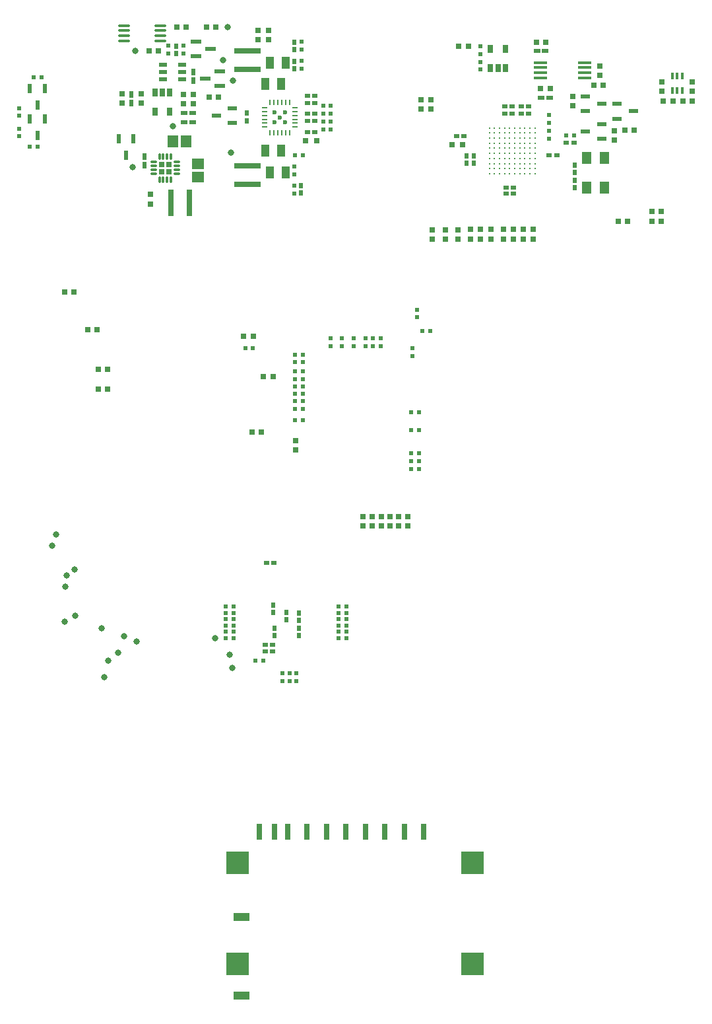
<source format=gbp>
G04 Layer_Color=128*
%FSLAX43Y43*%
%MOMM*%
G71*
G01*
G75*
%ADD11R,0.550X0.600*%
%ADD12R,0.600X0.550*%
%ADD13R,0.800X0.650*%
%ADD14R,0.650X0.500*%
%ADD15R,0.500X0.650*%
%ADD19R,0.650X0.800*%
%ADD20R,1.092X1.600*%
%ADD22R,0.700X0.700*%
%ADD24R,0.900X0.600*%
%ADD25R,0.600X0.900*%
%ADD27R,0.762X0.762*%
%ADD30R,1.500X1.350*%
%ADD31R,1.350X1.500*%
%ADD35R,1.100X0.600*%
%ADD61R,1.300X1.600*%
%ADD124R,0.650X1.050*%
%ADD125O,1.524X0.381*%
%ADD126O,0.850X0.280*%
%ADD127O,0.280X0.850*%
%ADD129R,0.600X1.300*%
%ADD130R,1.400X0.600*%
%ADD133C,0.280*%
%ADD134R,1.300X0.600*%
%ADD135R,1.700X0.350*%
%ADD136R,0.350X0.850*%
%ADD137R,3.000X3.000*%
%ADD138R,0.800X2.000*%
%ADD139R,2.000X1.100*%
%ADD140R,0.230X0.700*%
%ADD141R,0.700X0.230*%
%ADD143C,0.800*%
%ADD264C,0.600*%
%ADD265R,0.700X0.700*%
%ADD266R,3.450X0.730*%
%ADD267R,0.730X3.450*%
D11*
X-37725Y-42750D02*
D03*
Y-43750D02*
D03*
X-37100Y-37825D02*
D03*
Y-38825D02*
D03*
X-48250Y-41526D02*
D03*
Y-42526D02*
D03*
X-46750Y-41526D02*
D03*
Y-42526D02*
D03*
X-45250Y-41526D02*
D03*
Y-42526D02*
D03*
X-43750Y-41526D02*
D03*
Y-42526D02*
D03*
X-42750Y-41526D02*
D03*
Y-42526D02*
D03*
X-41750Y-41526D02*
D03*
Y-42526D02*
D03*
X-54350Y-85416D02*
D03*
Y-84416D02*
D03*
X-53483Y-85416D02*
D03*
Y-84416D02*
D03*
X-52617Y-85416D02*
D03*
Y-84416D02*
D03*
X-49107Y-13711D02*
D03*
Y-14711D02*
D03*
X-48207D02*
D03*
Y-13711D02*
D03*
X-88175Y-12000D02*
D03*
Y-13000D02*
D03*
X-49107Y-12693D02*
D03*
Y-11693D02*
D03*
X-88175Y-14625D02*
D03*
Y-15625D02*
D03*
X-48207Y-11693D02*
D03*
Y-12693D02*
D03*
X-51957Y-5955D02*
D03*
Y-6955D02*
D03*
X-51957Y-4505D02*
D03*
Y-3505D02*
D03*
X-52832Y-19505D02*
D03*
Y-20505D02*
D03*
X-52832Y-21930D02*
D03*
Y-22930D02*
D03*
X-28950Y-4075D02*
D03*
Y-5075D02*
D03*
X-28950Y-6075D02*
D03*
Y-7075D02*
D03*
X-20175Y-15900D02*
D03*
Y-14900D02*
D03*
Y-12900D02*
D03*
Y-13900D02*
D03*
X-67050Y-5021D02*
D03*
Y-4021D02*
D03*
X-69004Y-4020D02*
D03*
Y-5020D02*
D03*
D12*
X-35425Y-40600D02*
D03*
X-36425D02*
D03*
X-36843Y-56264D02*
D03*
X-37843D02*
D03*
X-52767Y-50513D02*
D03*
X-51767D02*
D03*
X-36843Y-53264D02*
D03*
X-37843D02*
D03*
X-36843Y-58251D02*
D03*
X-37843D02*
D03*
X-52767Y-52000D02*
D03*
X-51767D02*
D03*
X-36843Y-50975D02*
D03*
X-37843D02*
D03*
X-52767Y-49550D02*
D03*
X-51767D02*
D03*
X-36843Y-57251D02*
D03*
X-37843D02*
D03*
X-52767Y-47641D02*
D03*
X-51767D02*
D03*
X-52767Y-48600D02*
D03*
X-51767D02*
D03*
X-57848Y-82777D02*
D03*
X-56848D02*
D03*
X-61665Y-79905D02*
D03*
X-60665D02*
D03*
X-61665Y-79100D02*
D03*
X-60665D02*
D03*
X-61665Y-78295D02*
D03*
X-60665D02*
D03*
X-61665Y-77490D02*
D03*
X-60665D02*
D03*
X-61665Y-76685D02*
D03*
X-60665D02*
D03*
X-61665Y-75880D02*
D03*
X-60665D02*
D03*
X-46210Y-75891D02*
D03*
X-47210D02*
D03*
X-46210Y-76696D02*
D03*
X-47210D02*
D03*
X-46210Y-77501D02*
D03*
X-47210D02*
D03*
X-46210Y-78306D02*
D03*
X-47210D02*
D03*
X-46210Y-79111D02*
D03*
X-47210D02*
D03*
X-46210Y-79916D02*
D03*
X-47210D02*
D03*
X-52757Y-18080D02*
D03*
X-51757D02*
D03*
X-86325Y-8025D02*
D03*
X-85325D02*
D03*
X-86825Y-16950D02*
D03*
X-85825D02*
D03*
X-16975Y-15525D02*
D03*
X-17975D02*
D03*
X-51767Y-45705D02*
D03*
X-52767D02*
D03*
X-51767Y-44522D02*
D03*
X-52767D02*
D03*
X-51762Y-43606D02*
D03*
X-52762D02*
D03*
X-59170Y-42775D02*
D03*
X-58170D02*
D03*
X-51767Y-46702D02*
D03*
X-52767D02*
D03*
D13*
X-30550Y-4075D02*
D03*
X-31750D02*
D03*
X-67056Y-10216D02*
D03*
X-65856D02*
D03*
X-79377Y-40421D02*
D03*
X-78177D02*
D03*
X-82359Y-35560D02*
D03*
X-81159D02*
D03*
X-78050Y-45494D02*
D03*
X-76850D02*
D03*
X-78050Y-48034D02*
D03*
X-76850D02*
D03*
X-57060Y-53525D02*
D03*
X-58260D02*
D03*
X-55603Y-46394D02*
D03*
X-56803D02*
D03*
X-58150Y-41250D02*
D03*
X-59350D02*
D03*
X-71500Y-4675D02*
D03*
X-70300D02*
D03*
X-65856Y-11430D02*
D03*
X-67056D02*
D03*
X-66777Y-1650D02*
D03*
X-67977D02*
D03*
X-62918D02*
D03*
X-64118D02*
D03*
X-63800Y-10625D02*
D03*
X-62600D02*
D03*
X-21250Y-9500D02*
D03*
X-20050D02*
D03*
X-21800Y-3525D02*
D03*
X-20600D02*
D03*
X-14400Y-9075D02*
D03*
X-13200D02*
D03*
X-5800Y-25200D02*
D03*
X-7000D02*
D03*
X-5800Y-26500D02*
D03*
X-7000D02*
D03*
X-10125D02*
D03*
X-11325D02*
D03*
X-5500Y-11100D02*
D03*
X-4300D02*
D03*
X-3000D02*
D03*
X-1800D02*
D03*
X-9275Y-14850D02*
D03*
X-10475D02*
D03*
D14*
X-55507Y-70321D02*
D03*
X-56457D02*
D03*
X-56605Y-81623D02*
D03*
X-55655D02*
D03*
X-56605Y-80773D02*
D03*
X-55655D02*
D03*
X-50232Y-13661D02*
D03*
X-51182D02*
D03*
X-50232Y-12743D02*
D03*
X-51182D02*
D03*
X-50232Y-15080D02*
D03*
X-51182D02*
D03*
X-50232Y-11324D02*
D03*
X-51182D02*
D03*
X-50232Y-10405D02*
D03*
X-51182D02*
D03*
X-24775Y-22950D02*
D03*
X-25725D02*
D03*
X-24775Y-22200D02*
D03*
X-25725D02*
D03*
X-19200Y-18000D02*
D03*
X-20150D02*
D03*
X-22800Y-12700D02*
D03*
X-23750D02*
D03*
X-22800Y-11800D02*
D03*
X-23750D02*
D03*
X-25850Y-12700D02*
D03*
X-24900D02*
D03*
X-25850Y-11800D02*
D03*
X-24900D02*
D03*
X-32025Y-15600D02*
D03*
X-31075D02*
D03*
X-17000Y-16425D02*
D03*
X-17950D02*
D03*
D15*
X-16900Y-21225D02*
D03*
Y-22175D02*
D03*
Y-20275D02*
D03*
Y-19325D02*
D03*
X-52300Y-77675D02*
D03*
Y-76725D02*
D03*
X-53922Y-76650D02*
D03*
Y-77600D02*
D03*
X-52300Y-79625D02*
D03*
Y-78675D02*
D03*
X-55377Y-78625D02*
D03*
Y-79575D02*
D03*
X-55547Y-76650D02*
D03*
Y-75700D02*
D03*
X-52832Y-6930D02*
D03*
Y-5980D02*
D03*
X-52832Y-4480D02*
D03*
Y-3530D02*
D03*
X-52007Y-21930D02*
D03*
Y-22880D02*
D03*
X-58982Y-13605D02*
D03*
Y-12655D02*
D03*
X-30750Y-19075D02*
D03*
Y-18125D02*
D03*
X-29875Y-19075D02*
D03*
Y-18125D02*
D03*
X-67986Y-4046D02*
D03*
Y-4996D02*
D03*
D19*
X-27631Y-27562D02*
D03*
Y-28762D02*
D03*
X-28956Y-27562D02*
D03*
Y-28762D02*
D03*
X-35131Y-27569D02*
D03*
Y-28769D02*
D03*
X-40600Y-64350D02*
D03*
Y-65550D02*
D03*
X-52725Y-54600D02*
D03*
Y-55800D02*
D03*
X-44028Y-65549D02*
D03*
Y-64349D02*
D03*
X-39478Y-64349D02*
D03*
Y-65549D02*
D03*
X-41728Y-65549D02*
D03*
Y-64349D02*
D03*
X-42878Y-64349D02*
D03*
Y-65549D02*
D03*
X-38328Y-64349D02*
D03*
Y-65549D02*
D03*
X-71300Y-24275D02*
D03*
Y-23075D02*
D03*
X-35325Y-10950D02*
D03*
Y-12150D02*
D03*
X-36600Y-12150D02*
D03*
Y-10950D02*
D03*
X-33481Y-27569D02*
D03*
Y-28769D02*
D03*
X-22191Y-28762D02*
D03*
Y-27562D02*
D03*
X-23466Y-28762D02*
D03*
Y-27562D02*
D03*
X-24741Y-28762D02*
D03*
Y-27562D02*
D03*
X-26016Y-28762D02*
D03*
Y-27562D02*
D03*
X-31881Y-28769D02*
D03*
Y-27569D02*
D03*
X-17100Y-10500D02*
D03*
Y-11700D02*
D03*
X-13675Y-6575D02*
D03*
Y-7775D02*
D03*
X-11800Y-14900D02*
D03*
Y-16100D02*
D03*
X-57507Y-2030D02*
D03*
Y-3230D02*
D03*
X-1800Y-8600D02*
D03*
Y-9800D02*
D03*
X-5700Y-9800D02*
D03*
Y-8600D02*
D03*
X-56132Y-3230D02*
D03*
Y-2030D02*
D03*
X-30281Y-28762D02*
D03*
Y-27562D02*
D03*
X-72526Y-10160D02*
D03*
Y-11360D02*
D03*
X-74983Y-11369D02*
D03*
Y-10169D02*
D03*
D20*
X-56032Y-6155D02*
D03*
X-54000D02*
D03*
X-56032Y-20205D02*
D03*
X-54000D02*
D03*
X-56607Y-8905D02*
D03*
X-54575D02*
D03*
X-56582Y-17405D02*
D03*
X-54550D02*
D03*
D22*
X-69875Y-19225D02*
D03*
X-68975Y-20125D02*
D03*
X-31250Y-16700D02*
D03*
X-32650D02*
D03*
D24*
X-21750Y-4650D02*
D03*
X-20650D02*
D03*
X-21200Y-10675D02*
D03*
X-20100D02*
D03*
X-65906Y-12637D02*
D03*
X-67006D02*
D03*
X-67006Y-13834D02*
D03*
X-65906D02*
D03*
D25*
X-72125Y-18225D02*
D03*
Y-19325D02*
D03*
X-65857Y-7359D02*
D03*
Y-8459D02*
D03*
X-73755Y-11319D02*
D03*
Y-10219D02*
D03*
D27*
X-51405Y-16205D02*
D03*
X-50008D02*
D03*
D30*
X-65200Y-19175D02*
D03*
Y-20825D02*
D03*
D31*
X-66775Y-16300D02*
D03*
X-68425D02*
D03*
D35*
X-69699Y-6437D02*
D03*
Y-7387D02*
D03*
Y-8337D02*
D03*
X-67299D02*
D03*
Y-7387D02*
D03*
Y-6437D02*
D03*
D61*
X-13100Y-22150D02*
D03*
Y-18350D02*
D03*
X-15400D02*
D03*
Y-22150D02*
D03*
D124*
X-25772Y-6875D02*
D03*
X-26725D02*
D03*
X-27678D02*
D03*
Y-4425D02*
D03*
X-25772D02*
D03*
X-68865Y-10013D02*
D03*
X-69818D02*
D03*
X-70771D02*
D03*
X-68865Y-12463D02*
D03*
X-70771D02*
D03*
D125*
X-70063Y-3375D02*
D03*
Y-2725D02*
D03*
Y-2075D02*
D03*
Y-1425D02*
D03*
X-74687Y-1425D02*
D03*
Y-2075D02*
D03*
Y-2725D02*
D03*
Y-3375D02*
D03*
D126*
X-67950Y-20425D02*
D03*
Y-19925D02*
D03*
Y-19425D02*
D03*
Y-18925D02*
D03*
X-70900D02*
D03*
Y-19425D02*
D03*
Y-19925D02*
D03*
Y-20425D02*
D03*
D127*
X-68675Y-18200D02*
D03*
X-69175D02*
D03*
X-69675D02*
D03*
X-70175D02*
D03*
Y-21150D02*
D03*
X-69675D02*
D03*
X-69175D02*
D03*
X-68675D02*
D03*
D129*
X-85825Y-15475D02*
D03*
X-84875Y-13375D02*
D03*
X-86775D02*
D03*
X-85825Y-11600D02*
D03*
X-84875Y-9500D02*
D03*
X-86775D02*
D03*
X-74450Y-18025D02*
D03*
X-73500Y-15925D02*
D03*
X-75400D02*
D03*
D130*
X-62398Y-7268D02*
D03*
Y-9168D02*
D03*
X-64298Y-8218D02*
D03*
X-65523Y-3456D02*
D03*
Y-5356D02*
D03*
X-63623Y-4406D02*
D03*
D133*
X-27825Y-14550D02*
D03*
X-27175D02*
D03*
X-26525D02*
D03*
X-25875D02*
D03*
X-25225D02*
D03*
X-24575D02*
D03*
X-23925D02*
D03*
X-23275D02*
D03*
X-22625D02*
D03*
X-21975D02*
D03*
X-27825Y-15200D02*
D03*
X-27175D02*
D03*
X-26525D02*
D03*
X-25875D02*
D03*
X-25225D02*
D03*
X-24575D02*
D03*
X-23925D02*
D03*
X-23275D02*
D03*
X-22625D02*
D03*
X-21975D02*
D03*
X-27825Y-15850D02*
D03*
X-27175D02*
D03*
X-26525D02*
D03*
X-25875D02*
D03*
X-25225D02*
D03*
X-24575D02*
D03*
X-23925D02*
D03*
X-23275D02*
D03*
X-22625D02*
D03*
X-27825Y-16500D02*
D03*
X-27175D02*
D03*
X-26525D02*
D03*
X-25875D02*
D03*
X-25225D02*
D03*
X-24575D02*
D03*
X-23925D02*
D03*
X-23275D02*
D03*
X-22625D02*
D03*
X-27825Y-17150D02*
D03*
X-27175D02*
D03*
X-26525D02*
D03*
X-25875D02*
D03*
X-25225D02*
D03*
X-24575D02*
D03*
X-23925D02*
D03*
X-23275D02*
D03*
X-22625D02*
D03*
X-27825Y-18450D02*
D03*
X-27175D02*
D03*
X-26525D02*
D03*
X-25875D02*
D03*
X-25225D02*
D03*
X-24575D02*
D03*
X-23925D02*
D03*
X-23275D02*
D03*
X-22625D02*
D03*
X-27825Y-19100D02*
D03*
X-27175D02*
D03*
X-26525D02*
D03*
X-25875D02*
D03*
X-25225D02*
D03*
X-24575D02*
D03*
X-23925D02*
D03*
X-23275D02*
D03*
X-22625D02*
D03*
X-27825Y-19750D02*
D03*
X-27175D02*
D03*
X-26525D02*
D03*
X-25875D02*
D03*
X-25225D02*
D03*
X-24575D02*
D03*
X-23925D02*
D03*
X-23275D02*
D03*
X-22625D02*
D03*
X-27825Y-20400D02*
D03*
X-27175D02*
D03*
X-26525D02*
D03*
X-25875D02*
D03*
X-25225D02*
D03*
X-24575D02*
D03*
X-23925D02*
D03*
X-23275D02*
D03*
X-22625D02*
D03*
X-27825Y-17800D02*
D03*
X-27175D02*
D03*
X-26525D02*
D03*
X-25875D02*
D03*
X-25225D02*
D03*
X-24575D02*
D03*
X-23925D02*
D03*
X-23275D02*
D03*
X-22625D02*
D03*
X-21975D02*
D03*
Y-15850D02*
D03*
Y-16500D02*
D03*
Y-17150D02*
D03*
Y-18450D02*
D03*
Y-19100D02*
D03*
Y-19750D02*
D03*
Y-20400D02*
D03*
D134*
X-11450Y-13350D02*
D03*
Y-11450D02*
D03*
X-9350Y-12400D02*
D03*
X-15550Y-12400D02*
D03*
Y-10500D02*
D03*
X-13450Y-11450D02*
D03*
Y-14050D02*
D03*
Y-15950D02*
D03*
X-15550Y-15000D02*
D03*
X-60798Y-13931D02*
D03*
Y-12031D02*
D03*
X-62898Y-12981D02*
D03*
D135*
X-21325Y-8100D02*
D03*
Y-7450D02*
D03*
Y-6800D02*
D03*
Y-6150D02*
D03*
X-15625Y-8100D02*
D03*
Y-7450D02*
D03*
Y-6800D02*
D03*
Y-6150D02*
D03*
D136*
X-4375Y-7875D02*
D03*
X-3725D02*
D03*
X-3075D02*
D03*
Y-9725D02*
D03*
X-3725D02*
D03*
X-4375D02*
D03*
D137*
X-29978Y-121700D02*
D03*
Y-108700D02*
D03*
X-60128D02*
D03*
Y-121700D02*
D03*
D138*
X-38748Y-104700D02*
D03*
X-41248D02*
D03*
X-43748D02*
D03*
X-46248D02*
D03*
X-48748D02*
D03*
X-51248D02*
D03*
X-53678D02*
D03*
X-55378D02*
D03*
X-36248D02*
D03*
X-57378D02*
D03*
D139*
X-59628Y-115650D02*
D03*
Y-125700D02*
D03*
D140*
X-53482Y-15130D02*
D03*
X-53982D02*
D03*
X-54482D02*
D03*
X-54982D02*
D03*
X-55482D02*
D03*
X-55982D02*
D03*
Y-11230D02*
D03*
X-55482D02*
D03*
X-54982D02*
D03*
X-54482D02*
D03*
X-53982D02*
D03*
X-53482D02*
D03*
D141*
X-56682Y-14430D02*
D03*
Y-13930D02*
D03*
Y-13430D02*
D03*
Y-12930D02*
D03*
Y-12430D02*
D03*
Y-11930D02*
D03*
X-52782D02*
D03*
Y-12430D02*
D03*
Y-12930D02*
D03*
Y-13430D02*
D03*
Y-13930D02*
D03*
Y-14430D02*
D03*
D143*
X-63020Y-79905D02*
D03*
X-60797Y-83723D02*
D03*
X-61162Y-82034D02*
D03*
X-82203Y-73353D02*
D03*
X-82075Y-71925D02*
D03*
X-81050Y-71100D02*
D03*
X-83939Y-68039D02*
D03*
X-83392Y-66634D02*
D03*
X-80967Y-77076D02*
D03*
X-82325Y-77853D02*
D03*
X-77591Y-78658D02*
D03*
X-74687Y-79715D02*
D03*
X-73090Y-80379D02*
D03*
X-75436Y-81807D02*
D03*
X-76780Y-82827D02*
D03*
X-77252Y-84924D02*
D03*
X-61425Y-1650D02*
D03*
X-68411Y-14313D02*
D03*
X-73300Y-4675D02*
D03*
X-60707Y-8480D02*
D03*
X-60982Y-17730D02*
D03*
X-73625Y-19525D02*
D03*
X-62050Y-5875D02*
D03*
D264*
X-55382Y-13830D02*
D03*
Y-12530D02*
D03*
X-54082Y-13830D02*
D03*
Y-12530D02*
D03*
X-54732Y-13180D02*
D03*
D265*
X-69875Y-20125D02*
D03*
X-68975Y-19225D02*
D03*
D266*
X-58857Y-4645D02*
D03*
Y-7015D02*
D03*
Y-21740D02*
D03*
Y-19370D02*
D03*
D267*
X-66315Y-24125D02*
D03*
X-68685D02*
D03*
M02*

</source>
